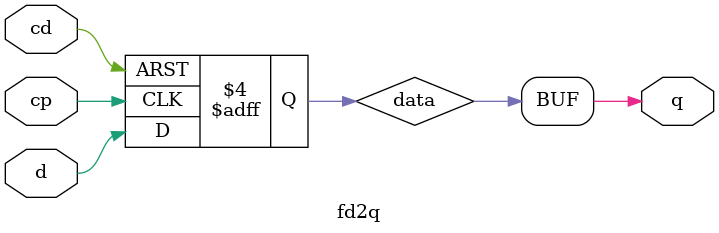
<source format=v>
`include "defs.v"

module fd2q
(
	output	q,
	input		d,
	input		cp,
	input		cd
);

reg	data = 1'b0;

assign q = data;

always @(posedge cp or negedge cd)
begin
	if (~cd) begin
		data <= 1'b0;
	end else begin
		data <= d;
	end
end

endmodule

</source>
